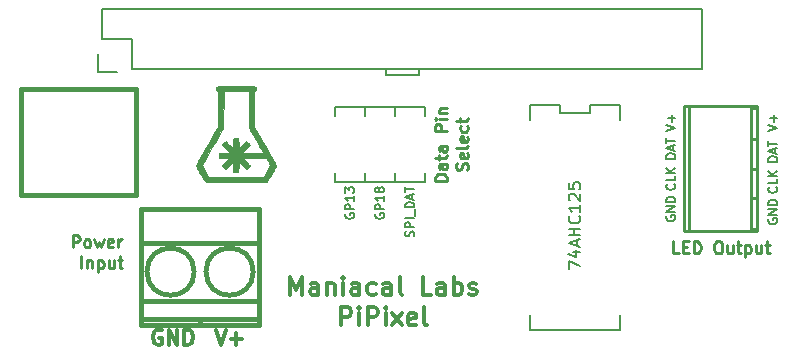
<source format=gbr>
G04 #@! TF.FileFunction,Legend,Top*
%FSLAX46Y46*%
G04 Gerber Fmt 4.6, Leading zero omitted, Abs format (unit mm)*
G04 Created by KiCad (PCBNEW 4.0.6) date Thu Jul 20 07:37:46 2017*
%MOMM*%
%LPD*%
G01*
G04 APERTURE LIST*
%ADD10C,0.100000*%
%ADD11C,0.200000*%
%ADD12C,0.254000*%
%ADD13C,0.300000*%
%ADD14C,0.190500*%
%ADD15C,0.150000*%
%ADD16C,0.381000*%
%ADD17C,0.010000*%
G04 APERTURE END LIST*
D10*
D11*
X43688000Y-31115000D02*
X43688000Y-30607000D01*
X46482000Y-31115000D02*
X46482000Y-30607000D01*
X43688000Y-31115000D02*
X46482000Y-31115000D01*
X43815000Y-31115000D02*
X46355000Y-31115000D01*
D12*
X48846619Y-40029190D02*
X47830619Y-40029190D01*
X47830619Y-39787285D01*
X47879000Y-39642143D01*
X47975762Y-39545381D01*
X48072524Y-39497000D01*
X48266048Y-39448619D01*
X48411190Y-39448619D01*
X48604714Y-39497000D01*
X48701476Y-39545381D01*
X48798238Y-39642143D01*
X48846619Y-39787285D01*
X48846619Y-40029190D01*
X48846619Y-38577762D02*
X48314429Y-38577762D01*
X48217667Y-38626143D01*
X48169286Y-38722905D01*
X48169286Y-38916428D01*
X48217667Y-39013190D01*
X48798238Y-38577762D02*
X48846619Y-38674524D01*
X48846619Y-38916428D01*
X48798238Y-39013190D01*
X48701476Y-39061571D01*
X48604714Y-39061571D01*
X48507952Y-39013190D01*
X48459571Y-38916428D01*
X48459571Y-38674524D01*
X48411190Y-38577762D01*
X48169286Y-38239095D02*
X48169286Y-37852047D01*
X47830619Y-38093952D02*
X48701476Y-38093952D01*
X48798238Y-38045571D01*
X48846619Y-37948809D01*
X48846619Y-37852047D01*
X48846619Y-37077953D02*
X48314429Y-37077953D01*
X48217667Y-37126334D01*
X48169286Y-37223096D01*
X48169286Y-37416619D01*
X48217667Y-37513381D01*
X48798238Y-37077953D02*
X48846619Y-37174715D01*
X48846619Y-37416619D01*
X48798238Y-37513381D01*
X48701476Y-37561762D01*
X48604714Y-37561762D01*
X48507952Y-37513381D01*
X48459571Y-37416619D01*
X48459571Y-37174715D01*
X48411190Y-37077953D01*
X48846619Y-35820048D02*
X47830619Y-35820048D01*
X47830619Y-35433001D01*
X47879000Y-35336239D01*
X47927381Y-35287858D01*
X48024143Y-35239477D01*
X48169286Y-35239477D01*
X48266048Y-35287858D01*
X48314429Y-35336239D01*
X48362810Y-35433001D01*
X48362810Y-35820048D01*
X48846619Y-34804048D02*
X48169286Y-34804048D01*
X47830619Y-34804048D02*
X47879000Y-34852429D01*
X47927381Y-34804048D01*
X47879000Y-34755667D01*
X47830619Y-34804048D01*
X47927381Y-34804048D01*
X48169286Y-34320238D02*
X48846619Y-34320238D01*
X48266048Y-34320238D02*
X48217667Y-34271857D01*
X48169286Y-34175095D01*
X48169286Y-34029953D01*
X48217667Y-33933191D01*
X48314429Y-33884810D01*
X48846619Y-33884810D01*
X50576238Y-39109951D02*
X50624619Y-38964808D01*
X50624619Y-38722904D01*
X50576238Y-38626142D01*
X50527857Y-38577761D01*
X50431095Y-38529380D01*
X50334333Y-38529380D01*
X50237571Y-38577761D01*
X50189190Y-38626142D01*
X50140810Y-38722904D01*
X50092429Y-38916427D01*
X50044048Y-39013189D01*
X49995667Y-39061570D01*
X49898905Y-39109951D01*
X49802143Y-39109951D01*
X49705381Y-39061570D01*
X49657000Y-39013189D01*
X49608619Y-38916427D01*
X49608619Y-38674523D01*
X49657000Y-38529380D01*
X50576238Y-37706904D02*
X50624619Y-37803666D01*
X50624619Y-37997189D01*
X50576238Y-38093951D01*
X50479476Y-38142332D01*
X50092429Y-38142332D01*
X49995667Y-38093951D01*
X49947286Y-37997189D01*
X49947286Y-37803666D01*
X49995667Y-37706904D01*
X50092429Y-37658523D01*
X50189190Y-37658523D01*
X50285952Y-38142332D01*
X50624619Y-37077951D02*
X50576238Y-37174713D01*
X50479476Y-37223094D01*
X49608619Y-37223094D01*
X50576238Y-36303857D02*
X50624619Y-36400619D01*
X50624619Y-36594142D01*
X50576238Y-36690904D01*
X50479476Y-36739285D01*
X50092429Y-36739285D01*
X49995667Y-36690904D01*
X49947286Y-36594142D01*
X49947286Y-36400619D01*
X49995667Y-36303857D01*
X50092429Y-36255476D01*
X50189190Y-36255476D01*
X50285952Y-36739285D01*
X50576238Y-35384619D02*
X50624619Y-35481381D01*
X50624619Y-35674904D01*
X50576238Y-35771666D01*
X50527857Y-35820047D01*
X50431095Y-35868428D01*
X50140810Y-35868428D01*
X50044048Y-35820047D01*
X49995667Y-35771666D01*
X49947286Y-35674904D01*
X49947286Y-35481381D01*
X49995667Y-35384619D01*
X49947286Y-35094333D02*
X49947286Y-34707285D01*
X49608619Y-34949190D02*
X50479476Y-34949190D01*
X50576238Y-34900809D01*
X50624619Y-34804047D01*
X50624619Y-34707285D01*
X17163144Y-45671619D02*
X17163144Y-44655619D01*
X17550191Y-44655619D01*
X17646953Y-44704000D01*
X17695334Y-44752381D01*
X17743715Y-44849143D01*
X17743715Y-44994286D01*
X17695334Y-45091048D01*
X17646953Y-45139429D01*
X17550191Y-45187810D01*
X17163144Y-45187810D01*
X18324287Y-45671619D02*
X18227525Y-45623238D01*
X18179144Y-45574857D01*
X18130763Y-45478095D01*
X18130763Y-45187810D01*
X18179144Y-45091048D01*
X18227525Y-45042667D01*
X18324287Y-44994286D01*
X18469429Y-44994286D01*
X18566191Y-45042667D01*
X18614572Y-45091048D01*
X18662953Y-45187810D01*
X18662953Y-45478095D01*
X18614572Y-45574857D01*
X18566191Y-45623238D01*
X18469429Y-45671619D01*
X18324287Y-45671619D01*
X19001620Y-44994286D02*
X19195144Y-45671619D01*
X19388667Y-45187810D01*
X19582191Y-45671619D01*
X19775715Y-44994286D01*
X20549810Y-45623238D02*
X20453048Y-45671619D01*
X20259525Y-45671619D01*
X20162763Y-45623238D01*
X20114382Y-45526476D01*
X20114382Y-45139429D01*
X20162763Y-45042667D01*
X20259525Y-44994286D01*
X20453048Y-44994286D01*
X20549810Y-45042667D01*
X20598191Y-45139429D01*
X20598191Y-45236190D01*
X20114382Y-45332952D01*
X21033620Y-45671619D02*
X21033620Y-44994286D01*
X21033620Y-45187810D02*
X21082001Y-45091048D01*
X21130382Y-45042667D01*
X21227144Y-44994286D01*
X21323905Y-44994286D01*
X17888858Y-47449619D02*
X17888858Y-46433619D01*
X18372668Y-46772286D02*
X18372668Y-47449619D01*
X18372668Y-46869048D02*
X18421049Y-46820667D01*
X18517811Y-46772286D01*
X18662953Y-46772286D01*
X18759715Y-46820667D01*
X18808096Y-46917429D01*
X18808096Y-47449619D01*
X19291906Y-46772286D02*
X19291906Y-47788286D01*
X19291906Y-46820667D02*
X19388668Y-46772286D01*
X19582191Y-46772286D01*
X19678953Y-46820667D01*
X19727334Y-46869048D01*
X19775715Y-46965810D01*
X19775715Y-47256095D01*
X19727334Y-47352857D01*
X19678953Y-47401238D01*
X19582191Y-47449619D01*
X19388668Y-47449619D01*
X19291906Y-47401238D01*
X20646572Y-46772286D02*
X20646572Y-47449619D01*
X20211144Y-46772286D02*
X20211144Y-47304476D01*
X20259525Y-47401238D01*
X20356287Y-47449619D01*
X20501429Y-47449619D01*
X20598191Y-47401238D01*
X20646572Y-47352857D01*
X20985239Y-46772286D02*
X21372287Y-46772286D01*
X21130382Y-46433619D02*
X21130382Y-47304476D01*
X21178763Y-47401238D01*
X21275525Y-47449619D01*
X21372287Y-47449619D01*
X68477191Y-46179619D02*
X67993382Y-46179619D01*
X67993382Y-45163619D01*
X68815858Y-45647429D02*
X69154524Y-45647429D01*
X69299667Y-46179619D02*
X68815858Y-46179619D01*
X68815858Y-45163619D01*
X69299667Y-45163619D01*
X69735096Y-46179619D02*
X69735096Y-45163619D01*
X69977001Y-45163619D01*
X70122143Y-45212000D01*
X70218905Y-45308762D01*
X70267286Y-45405524D01*
X70315667Y-45599048D01*
X70315667Y-45744190D01*
X70267286Y-45937714D01*
X70218905Y-46034476D01*
X70122143Y-46131238D01*
X69977001Y-46179619D01*
X69735096Y-46179619D01*
X71718715Y-45163619D02*
X71912238Y-45163619D01*
X72009000Y-45212000D01*
X72105762Y-45308762D01*
X72154143Y-45502286D01*
X72154143Y-45840952D01*
X72105762Y-46034476D01*
X72009000Y-46131238D01*
X71912238Y-46179619D01*
X71718715Y-46179619D01*
X71621953Y-46131238D01*
X71525191Y-46034476D01*
X71476810Y-45840952D01*
X71476810Y-45502286D01*
X71525191Y-45308762D01*
X71621953Y-45212000D01*
X71718715Y-45163619D01*
X73025000Y-45502286D02*
X73025000Y-46179619D01*
X72589572Y-45502286D02*
X72589572Y-46034476D01*
X72637953Y-46131238D01*
X72734715Y-46179619D01*
X72879857Y-46179619D01*
X72976619Y-46131238D01*
X73025000Y-46082857D01*
X73363667Y-45502286D02*
X73750715Y-45502286D01*
X73508810Y-45163619D02*
X73508810Y-46034476D01*
X73557191Y-46131238D01*
X73653953Y-46179619D01*
X73750715Y-46179619D01*
X74089381Y-45502286D02*
X74089381Y-46518286D01*
X74089381Y-45550667D02*
X74186143Y-45502286D01*
X74379666Y-45502286D01*
X74476428Y-45550667D01*
X74524809Y-45599048D01*
X74573190Y-45695810D01*
X74573190Y-45986095D01*
X74524809Y-46082857D01*
X74476428Y-46131238D01*
X74379666Y-46179619D01*
X74186143Y-46179619D01*
X74089381Y-46131238D01*
X75444047Y-45502286D02*
X75444047Y-46179619D01*
X75008619Y-45502286D02*
X75008619Y-46034476D01*
X75057000Y-46131238D01*
X75153762Y-46179619D01*
X75298904Y-46179619D01*
X75395666Y-46131238D01*
X75444047Y-46082857D01*
X75782714Y-45502286D02*
X76169762Y-45502286D01*
X75927857Y-45163619D02*
X75927857Y-46034476D01*
X75976238Y-46131238D01*
X76073000Y-46179619D01*
X76169762Y-46179619D01*
D13*
X35560001Y-49688429D02*
X35560001Y-48164429D01*
X36068001Y-49253000D01*
X36576001Y-48164429D01*
X36576001Y-49688429D01*
X37954858Y-49688429D02*
X37954858Y-48890143D01*
X37882287Y-48745000D01*
X37737144Y-48672429D01*
X37446858Y-48672429D01*
X37301715Y-48745000D01*
X37954858Y-49615857D02*
X37809715Y-49688429D01*
X37446858Y-49688429D01*
X37301715Y-49615857D01*
X37229144Y-49470714D01*
X37229144Y-49325571D01*
X37301715Y-49180429D01*
X37446858Y-49107857D01*
X37809715Y-49107857D01*
X37954858Y-49035286D01*
X38680572Y-48672429D02*
X38680572Y-49688429D01*
X38680572Y-48817571D02*
X38753144Y-48745000D01*
X38898286Y-48672429D01*
X39116001Y-48672429D01*
X39261144Y-48745000D01*
X39333715Y-48890143D01*
X39333715Y-49688429D01*
X40059429Y-49688429D02*
X40059429Y-48672429D01*
X40059429Y-48164429D02*
X39986858Y-48237000D01*
X40059429Y-48309571D01*
X40132001Y-48237000D01*
X40059429Y-48164429D01*
X40059429Y-48309571D01*
X41438286Y-49688429D02*
X41438286Y-48890143D01*
X41365715Y-48745000D01*
X41220572Y-48672429D01*
X40930286Y-48672429D01*
X40785143Y-48745000D01*
X41438286Y-49615857D02*
X41293143Y-49688429D01*
X40930286Y-49688429D01*
X40785143Y-49615857D01*
X40712572Y-49470714D01*
X40712572Y-49325571D01*
X40785143Y-49180429D01*
X40930286Y-49107857D01*
X41293143Y-49107857D01*
X41438286Y-49035286D01*
X42817143Y-49615857D02*
X42672000Y-49688429D01*
X42381714Y-49688429D01*
X42236572Y-49615857D01*
X42164000Y-49543286D01*
X42091429Y-49398143D01*
X42091429Y-48962714D01*
X42164000Y-48817571D01*
X42236572Y-48745000D01*
X42381714Y-48672429D01*
X42672000Y-48672429D01*
X42817143Y-48745000D01*
X44123429Y-49688429D02*
X44123429Y-48890143D01*
X44050858Y-48745000D01*
X43905715Y-48672429D01*
X43615429Y-48672429D01*
X43470286Y-48745000D01*
X44123429Y-49615857D02*
X43978286Y-49688429D01*
X43615429Y-49688429D01*
X43470286Y-49615857D01*
X43397715Y-49470714D01*
X43397715Y-49325571D01*
X43470286Y-49180429D01*
X43615429Y-49107857D01*
X43978286Y-49107857D01*
X44123429Y-49035286D01*
X45066857Y-49688429D02*
X44921715Y-49615857D01*
X44849143Y-49470714D01*
X44849143Y-48164429D01*
X47534286Y-49688429D02*
X46808572Y-49688429D01*
X46808572Y-48164429D01*
X48695429Y-49688429D02*
X48695429Y-48890143D01*
X48622858Y-48745000D01*
X48477715Y-48672429D01*
X48187429Y-48672429D01*
X48042286Y-48745000D01*
X48695429Y-49615857D02*
X48550286Y-49688429D01*
X48187429Y-49688429D01*
X48042286Y-49615857D01*
X47969715Y-49470714D01*
X47969715Y-49325571D01*
X48042286Y-49180429D01*
X48187429Y-49107857D01*
X48550286Y-49107857D01*
X48695429Y-49035286D01*
X49421143Y-49688429D02*
X49421143Y-48164429D01*
X49421143Y-48745000D02*
X49566286Y-48672429D01*
X49856572Y-48672429D01*
X50001715Y-48745000D01*
X50074286Y-48817571D01*
X50146857Y-48962714D01*
X50146857Y-49398143D01*
X50074286Y-49543286D01*
X50001715Y-49615857D01*
X49856572Y-49688429D01*
X49566286Y-49688429D01*
X49421143Y-49615857D01*
X50727429Y-49615857D02*
X50872572Y-49688429D01*
X51162857Y-49688429D01*
X51308000Y-49615857D01*
X51380572Y-49470714D01*
X51380572Y-49398143D01*
X51308000Y-49253000D01*
X51162857Y-49180429D01*
X50945143Y-49180429D01*
X50800000Y-49107857D01*
X50727429Y-48962714D01*
X50727429Y-48890143D01*
X50800000Y-48745000D01*
X50945143Y-48672429D01*
X51162857Y-48672429D01*
X51308000Y-48745000D01*
X39878000Y-52274429D02*
X39878000Y-50750429D01*
X40458572Y-50750429D01*
X40603714Y-50823000D01*
X40676286Y-50895571D01*
X40748857Y-51040714D01*
X40748857Y-51258429D01*
X40676286Y-51403571D01*
X40603714Y-51476143D01*
X40458572Y-51548714D01*
X39878000Y-51548714D01*
X41402000Y-52274429D02*
X41402000Y-51258429D01*
X41402000Y-50750429D02*
X41329429Y-50823000D01*
X41402000Y-50895571D01*
X41474572Y-50823000D01*
X41402000Y-50750429D01*
X41402000Y-50895571D01*
X42127714Y-52274429D02*
X42127714Y-50750429D01*
X42708286Y-50750429D01*
X42853428Y-50823000D01*
X42926000Y-50895571D01*
X42998571Y-51040714D01*
X42998571Y-51258429D01*
X42926000Y-51403571D01*
X42853428Y-51476143D01*
X42708286Y-51548714D01*
X42127714Y-51548714D01*
X43651714Y-52274429D02*
X43651714Y-51258429D01*
X43651714Y-50750429D02*
X43579143Y-50823000D01*
X43651714Y-50895571D01*
X43724286Y-50823000D01*
X43651714Y-50750429D01*
X43651714Y-50895571D01*
X44232285Y-52274429D02*
X45030571Y-51258429D01*
X44232285Y-51258429D02*
X45030571Y-52274429D01*
X46191714Y-52201857D02*
X46046571Y-52274429D01*
X45756285Y-52274429D01*
X45611142Y-52201857D01*
X45538571Y-52056714D01*
X45538571Y-51476143D01*
X45611142Y-51331000D01*
X45756285Y-51258429D01*
X46046571Y-51258429D01*
X46191714Y-51331000D01*
X46264285Y-51476143D01*
X46264285Y-51621286D01*
X45538571Y-51766429D01*
X47135142Y-52274429D02*
X46990000Y-52201857D01*
X46917428Y-52056714D01*
X46917428Y-50750429D01*
D11*
X39370000Y-34544000D02*
X39370000Y-34290000D01*
X41910000Y-34290000D02*
X41910000Y-34544000D01*
X44450000Y-34290000D02*
X44450000Y-34544000D01*
X46990000Y-33782000D02*
X46990000Y-34544000D01*
X44450000Y-33782000D02*
X46990000Y-33782000D01*
X44450000Y-33782000D02*
X44450000Y-34290000D01*
X41910000Y-33782000D02*
X44450000Y-33782000D01*
X41910000Y-33782000D02*
X41910000Y-34290000D01*
X39370000Y-33782000D02*
X41910000Y-33782000D01*
X39370000Y-34290000D02*
X39370000Y-33782000D01*
X46990000Y-40132000D02*
X46990000Y-39370000D01*
X44450000Y-40132000D02*
X46990000Y-40132000D01*
X44450000Y-39370000D02*
X44450000Y-40132000D01*
X44450000Y-40132000D02*
X44450000Y-39370000D01*
X41910000Y-40132000D02*
X44450000Y-40132000D01*
X41910000Y-39370000D02*
X41910000Y-40132000D01*
X41910000Y-40132000D02*
X41910000Y-39370000D01*
X39370000Y-40132000D02*
X41910000Y-40132000D01*
X39370000Y-39370000D02*
X39370000Y-40132000D01*
D14*
X46028429Y-44740285D02*
X46064714Y-44631428D01*
X46064714Y-44449999D01*
X46028429Y-44377428D01*
X45992143Y-44341142D01*
X45919571Y-44304857D01*
X45847000Y-44304857D01*
X45774429Y-44341142D01*
X45738143Y-44377428D01*
X45701857Y-44449999D01*
X45665571Y-44595142D01*
X45629286Y-44667714D01*
X45593000Y-44703999D01*
X45520429Y-44740285D01*
X45447857Y-44740285D01*
X45375286Y-44703999D01*
X45339000Y-44667714D01*
X45302714Y-44595142D01*
X45302714Y-44413714D01*
X45339000Y-44304857D01*
X46064714Y-43978285D02*
X45302714Y-43978285D01*
X45302714Y-43688000D01*
X45339000Y-43615428D01*
X45375286Y-43579143D01*
X45447857Y-43542857D01*
X45556714Y-43542857D01*
X45629286Y-43579143D01*
X45665571Y-43615428D01*
X45701857Y-43688000D01*
X45701857Y-43978285D01*
X46064714Y-43216285D02*
X45302714Y-43216285D01*
X46137286Y-43034857D02*
X46137286Y-42454286D01*
X46064714Y-42272857D02*
X45302714Y-42272857D01*
X45302714Y-42091429D01*
X45339000Y-41982572D01*
X45411571Y-41910000D01*
X45484143Y-41873715D01*
X45629286Y-41837429D01*
X45738143Y-41837429D01*
X45883286Y-41873715D01*
X45955857Y-41910000D01*
X46028429Y-41982572D01*
X46064714Y-42091429D01*
X46064714Y-42272857D01*
X45847000Y-41547143D02*
X45847000Y-41184286D01*
X46064714Y-41619715D02*
X45302714Y-41365715D01*
X46064714Y-41111715D01*
X45302714Y-40966572D02*
X45302714Y-40531143D01*
X46064714Y-40748857D02*
X45302714Y-40748857D01*
X42799000Y-42817143D02*
X42762714Y-42889714D01*
X42762714Y-42998571D01*
X42799000Y-43107428D01*
X42871571Y-43180000D01*
X42944143Y-43216285D01*
X43089286Y-43252571D01*
X43198143Y-43252571D01*
X43343286Y-43216285D01*
X43415857Y-43180000D01*
X43488429Y-43107428D01*
X43524714Y-42998571D01*
X43524714Y-42926000D01*
X43488429Y-42817143D01*
X43452143Y-42780857D01*
X43198143Y-42780857D01*
X43198143Y-42926000D01*
X43524714Y-42454285D02*
X42762714Y-42454285D01*
X42762714Y-42164000D01*
X42799000Y-42091428D01*
X42835286Y-42055143D01*
X42907857Y-42018857D01*
X43016714Y-42018857D01*
X43089286Y-42055143D01*
X43125571Y-42091428D01*
X43161857Y-42164000D01*
X43161857Y-42454285D01*
X43524714Y-41293143D02*
X43524714Y-41728571D01*
X43524714Y-41510857D02*
X42762714Y-41510857D01*
X42871571Y-41583428D01*
X42944143Y-41656000D01*
X42980429Y-41728571D01*
X43089286Y-40857714D02*
X43053000Y-40930286D01*
X43016714Y-40966571D01*
X42944143Y-41002857D01*
X42907857Y-41002857D01*
X42835286Y-40966571D01*
X42799000Y-40930286D01*
X42762714Y-40857714D01*
X42762714Y-40712571D01*
X42799000Y-40640000D01*
X42835286Y-40603714D01*
X42907857Y-40567429D01*
X42944143Y-40567429D01*
X43016714Y-40603714D01*
X43053000Y-40640000D01*
X43089286Y-40712571D01*
X43089286Y-40857714D01*
X43125571Y-40930286D01*
X43161857Y-40966571D01*
X43234429Y-41002857D01*
X43379571Y-41002857D01*
X43452143Y-40966571D01*
X43488429Y-40930286D01*
X43524714Y-40857714D01*
X43524714Y-40712571D01*
X43488429Y-40640000D01*
X43452143Y-40603714D01*
X43379571Y-40567429D01*
X43234429Y-40567429D01*
X43161857Y-40603714D01*
X43125571Y-40640000D01*
X43089286Y-40712571D01*
X40259000Y-42817143D02*
X40222714Y-42889714D01*
X40222714Y-42998571D01*
X40259000Y-43107428D01*
X40331571Y-43180000D01*
X40404143Y-43216285D01*
X40549286Y-43252571D01*
X40658143Y-43252571D01*
X40803286Y-43216285D01*
X40875857Y-43180000D01*
X40948429Y-43107428D01*
X40984714Y-42998571D01*
X40984714Y-42926000D01*
X40948429Y-42817143D01*
X40912143Y-42780857D01*
X40658143Y-42780857D01*
X40658143Y-42926000D01*
X40984714Y-42454285D02*
X40222714Y-42454285D01*
X40222714Y-42164000D01*
X40259000Y-42091428D01*
X40295286Y-42055143D01*
X40367857Y-42018857D01*
X40476714Y-42018857D01*
X40549286Y-42055143D01*
X40585571Y-42091428D01*
X40621857Y-42164000D01*
X40621857Y-42454285D01*
X40984714Y-41293143D02*
X40984714Y-41728571D01*
X40984714Y-41510857D02*
X40222714Y-41510857D01*
X40331571Y-41583428D01*
X40404143Y-41656000D01*
X40440429Y-41728571D01*
X40222714Y-41039143D02*
X40222714Y-40567429D01*
X40513000Y-40821429D01*
X40513000Y-40712571D01*
X40549286Y-40640000D01*
X40585571Y-40603714D01*
X40658143Y-40567429D01*
X40839571Y-40567429D01*
X40912143Y-40603714D01*
X40948429Y-40640000D01*
X40984714Y-40712571D01*
X40984714Y-40930286D01*
X40948429Y-41002857D01*
X40912143Y-41039143D01*
X76726143Y-40585571D02*
X76762429Y-40621857D01*
X76798714Y-40730714D01*
X76798714Y-40803285D01*
X76762429Y-40912142D01*
X76689857Y-40984714D01*
X76617286Y-41020999D01*
X76472143Y-41057285D01*
X76363286Y-41057285D01*
X76218143Y-41020999D01*
X76145571Y-40984714D01*
X76073000Y-40912142D01*
X76036714Y-40803285D01*
X76036714Y-40730714D01*
X76073000Y-40621857D01*
X76109286Y-40585571D01*
X76798714Y-39896142D02*
X76798714Y-40258999D01*
X76036714Y-40258999D01*
X76798714Y-39642142D02*
X76036714Y-39642142D01*
X76798714Y-39206714D02*
X76363286Y-39533285D01*
X76036714Y-39206714D02*
X76472143Y-39642142D01*
X76036714Y-35777715D02*
X76798714Y-35523715D01*
X76036714Y-35269715D01*
X76508429Y-35015714D02*
X76508429Y-34435143D01*
X76798714Y-34725429D02*
X76218143Y-34725429D01*
X76798714Y-38408428D02*
X76036714Y-38408428D01*
X76036714Y-38227000D01*
X76073000Y-38118143D01*
X76145571Y-38045571D01*
X76218143Y-38009286D01*
X76363286Y-37973000D01*
X76472143Y-37973000D01*
X76617286Y-38009286D01*
X76689857Y-38045571D01*
X76762429Y-38118143D01*
X76798714Y-38227000D01*
X76798714Y-38408428D01*
X76581000Y-37682714D02*
X76581000Y-37319857D01*
X76798714Y-37755286D02*
X76036714Y-37501286D01*
X76798714Y-37247286D01*
X76036714Y-37102143D02*
X76036714Y-36666714D01*
X76798714Y-36884428D02*
X76036714Y-36884428D01*
X67400714Y-35777715D02*
X68162714Y-35523715D01*
X67400714Y-35269715D01*
X67872429Y-35015714D02*
X67872429Y-34435143D01*
X68162714Y-34725429D02*
X67582143Y-34725429D01*
X76073000Y-43252572D02*
X76036714Y-43325143D01*
X76036714Y-43434000D01*
X76073000Y-43542857D01*
X76145571Y-43615429D01*
X76218143Y-43651714D01*
X76363286Y-43688000D01*
X76472143Y-43688000D01*
X76617286Y-43651714D01*
X76689857Y-43615429D01*
X76762429Y-43542857D01*
X76798714Y-43434000D01*
X76798714Y-43361429D01*
X76762429Y-43252572D01*
X76726143Y-43216286D01*
X76472143Y-43216286D01*
X76472143Y-43361429D01*
X76798714Y-42889714D02*
X76036714Y-42889714D01*
X76798714Y-42454286D01*
X76036714Y-42454286D01*
X76798714Y-42091428D02*
X76036714Y-42091428D01*
X76036714Y-41910000D01*
X76073000Y-41801143D01*
X76145571Y-41728571D01*
X76218143Y-41692286D01*
X76363286Y-41656000D01*
X76472143Y-41656000D01*
X76617286Y-41692286D01*
X76689857Y-41728571D01*
X76762429Y-41801143D01*
X76798714Y-41910000D01*
X76798714Y-42091428D01*
X67437000Y-42998572D02*
X67400714Y-43071143D01*
X67400714Y-43180000D01*
X67437000Y-43288857D01*
X67509571Y-43361429D01*
X67582143Y-43397714D01*
X67727286Y-43434000D01*
X67836143Y-43434000D01*
X67981286Y-43397714D01*
X68053857Y-43361429D01*
X68126429Y-43288857D01*
X68162714Y-43180000D01*
X68162714Y-43107429D01*
X68126429Y-42998572D01*
X68090143Y-42962286D01*
X67836143Y-42962286D01*
X67836143Y-43107429D01*
X68162714Y-42635714D02*
X67400714Y-42635714D01*
X68162714Y-42200286D01*
X67400714Y-42200286D01*
X68162714Y-41837428D02*
X67400714Y-41837428D01*
X67400714Y-41656000D01*
X67437000Y-41547143D01*
X67509571Y-41474571D01*
X67582143Y-41438286D01*
X67727286Y-41402000D01*
X67836143Y-41402000D01*
X67981286Y-41438286D01*
X68053857Y-41474571D01*
X68126429Y-41547143D01*
X68162714Y-41656000D01*
X68162714Y-41837428D01*
X68090143Y-40331571D02*
X68126429Y-40367857D01*
X68162714Y-40476714D01*
X68162714Y-40549285D01*
X68126429Y-40658142D01*
X68053857Y-40730714D01*
X67981286Y-40766999D01*
X67836143Y-40803285D01*
X67727286Y-40803285D01*
X67582143Y-40766999D01*
X67509571Y-40730714D01*
X67437000Y-40658142D01*
X67400714Y-40549285D01*
X67400714Y-40476714D01*
X67437000Y-40367857D01*
X67473286Y-40331571D01*
X68162714Y-39642142D02*
X68162714Y-40004999D01*
X67400714Y-40004999D01*
X68162714Y-39388142D02*
X67400714Y-39388142D01*
X68162714Y-38952714D02*
X67727286Y-39279285D01*
X67400714Y-38952714D02*
X67836143Y-39388142D01*
X68162714Y-38154428D02*
X67400714Y-38154428D01*
X67400714Y-37973000D01*
X67437000Y-37864143D01*
X67509571Y-37791571D01*
X67582143Y-37755286D01*
X67727286Y-37719000D01*
X67836143Y-37719000D01*
X67981286Y-37755286D01*
X68053857Y-37791571D01*
X68126429Y-37864143D01*
X68162714Y-37973000D01*
X68162714Y-38154428D01*
X67945000Y-37428714D02*
X67945000Y-37065857D01*
X68162714Y-37501286D02*
X67400714Y-37247286D01*
X68162714Y-36993286D01*
X67400714Y-36848143D02*
X67400714Y-36412714D01*
X68162714Y-36630428D02*
X67400714Y-36630428D01*
D13*
X24686381Y-52705000D02*
X24565429Y-52644524D01*
X24384000Y-52644524D01*
X24202572Y-52705000D01*
X24081619Y-52825952D01*
X24021143Y-52946905D01*
X23960667Y-53188810D01*
X23960667Y-53370238D01*
X24021143Y-53612143D01*
X24081619Y-53733095D01*
X24202572Y-53854048D01*
X24384000Y-53914524D01*
X24504952Y-53914524D01*
X24686381Y-53854048D01*
X24746857Y-53793571D01*
X24746857Y-53370238D01*
X24504952Y-53370238D01*
X25291143Y-53914524D02*
X25291143Y-52644524D01*
X26016857Y-53914524D01*
X26016857Y-52644524D01*
X26621619Y-53914524D02*
X26621619Y-52644524D01*
X26924000Y-52644524D01*
X27105428Y-52705000D01*
X27226381Y-52825952D01*
X27286857Y-52946905D01*
X27347333Y-53188810D01*
X27347333Y-53370238D01*
X27286857Y-53612143D01*
X27226381Y-53733095D01*
X27105428Y-53854048D01*
X26924000Y-53914524D01*
X26621619Y-53914524D01*
X29270476Y-52644524D02*
X29693810Y-53914524D01*
X30117143Y-52644524D01*
X30540476Y-53430714D02*
X31508095Y-53430714D01*
X31024285Y-53914524D02*
X31024285Y-52946905D01*
D15*
X70400000Y-25460000D02*
X19600000Y-25460000D01*
X22140000Y-30540000D02*
X70400000Y-30540000D01*
X70400000Y-25460000D02*
X70400000Y-30540000D01*
X19600000Y-25460000D02*
X19600000Y-28000000D01*
X19320000Y-29270000D02*
X19320000Y-30820000D01*
X19600000Y-28000000D02*
X22140000Y-28000000D01*
X22140000Y-28000000D02*
X22140000Y-30540000D01*
X19320000Y-30820000D02*
X20870000Y-30820000D01*
D16*
X12799500Y-32249120D02*
X12799500Y-41250880D01*
X12799380Y-41250880D02*
X22500240Y-41250880D01*
X22500240Y-41250880D02*
X22500240Y-32249120D01*
X22500240Y-32249120D02*
X12799380Y-32249120D01*
X27940000Y-51725000D02*
X27940000Y-52225000D01*
X32440000Y-47725000D02*
G75*
G03X32440000Y-47725000I-2000000J0D01*
G01*
X27440000Y-47725000D02*
G75*
G03X27440000Y-47725000I-2000000J0D01*
G01*
X22940000Y-50225000D02*
X32940000Y-50225000D01*
X22940000Y-45325000D02*
X32940000Y-45325000D01*
X22940000Y-51725000D02*
X32940000Y-51725000D01*
X22940000Y-52225000D02*
X32940000Y-52225000D01*
X32940000Y-52225000D02*
X32940000Y-42425000D01*
X32940000Y-42425000D02*
X22940000Y-42425000D01*
X22940000Y-42425000D02*
X22940000Y-52225000D01*
D12*
X68901200Y-33699020D02*
X68901200Y-44300980D01*
X69299980Y-44300980D02*
X69299980Y-33699020D01*
X74600960Y-44300980D02*
X74600960Y-33699020D01*
X75098800Y-33699020D02*
X75098800Y-44300980D01*
X74600960Y-36503180D02*
X75098800Y-36503180D01*
X74600960Y-39000000D02*
X75098800Y-39000000D01*
X75098800Y-44097780D02*
X74600960Y-44097780D01*
X74600960Y-33899680D02*
X75098800Y-33899680D01*
X75098800Y-41496820D02*
X74600960Y-41496820D01*
X75098800Y-33701560D02*
X68901200Y-33701560D01*
X68901200Y-44295900D02*
X75098800Y-44295900D01*
D15*
X58420000Y-33655000D02*
X55880000Y-33655000D01*
X58420000Y-33655000D02*
X58420000Y-34290000D01*
X58420000Y-34290000D02*
X59055000Y-34290000D01*
X55880000Y-34925000D02*
X55880000Y-33655000D01*
X59055000Y-34290000D02*
X60960000Y-34290000D01*
X60960000Y-34290000D02*
X60960000Y-33655000D01*
X60960000Y-33655000D02*
X63500000Y-33655000D01*
X63500000Y-33655000D02*
X63500000Y-34925000D01*
X55880000Y-51435000D02*
X55880000Y-52705000D01*
X55880000Y-52705000D02*
X63500000Y-52705000D01*
X63500000Y-52705000D02*
X63500000Y-51435000D01*
D17*
G36*
X31268132Y-32003141D02*
X31457330Y-32003704D01*
X31639803Y-32004553D01*
X31812802Y-32005693D01*
X31973580Y-32007121D01*
X32119388Y-32008837D01*
X32247478Y-32010843D01*
X32355101Y-32013137D01*
X32439511Y-32015719D01*
X32497958Y-32018591D01*
X32527694Y-32021751D01*
X32529045Y-32022101D01*
X32602650Y-32057801D01*
X32656272Y-32110954D01*
X32689256Y-32175582D01*
X32700948Y-32245706D01*
X32690692Y-32315346D01*
X32657833Y-32378525D01*
X32601717Y-32429264D01*
X32575218Y-32443553D01*
X32512819Y-32472312D01*
X32512409Y-33954141D01*
X32512000Y-35435969D01*
X32939194Y-36176641D01*
X33029737Y-36333615D01*
X33132897Y-36512444D01*
X33245416Y-36707483D01*
X33364038Y-36913090D01*
X33485507Y-37123620D01*
X33606568Y-37333429D01*
X33723963Y-37536874D01*
X33834437Y-37728312D01*
X33883756Y-37813770D01*
X33972967Y-37968722D01*
X34057309Y-38115946D01*
X34135458Y-38253082D01*
X34206089Y-38377771D01*
X34267877Y-38487652D01*
X34319497Y-38580365D01*
X34359624Y-38653552D01*
X34386934Y-38704852D01*
X34400102Y-38731905D01*
X34401125Y-38735254D01*
X34393259Y-38755854D01*
X34370954Y-38800330D01*
X34336145Y-38865359D01*
X34290767Y-38947615D01*
X34236756Y-39043774D01*
X34176047Y-39150511D01*
X34110577Y-39264503D01*
X34042279Y-39382423D01*
X33973091Y-39500948D01*
X33904948Y-39616754D01*
X33839784Y-39726515D01*
X33779537Y-39826906D01*
X33726141Y-39914605D01*
X33681532Y-39986285D01*
X33647645Y-40038622D01*
X33626416Y-40068292D01*
X33622599Y-40072468D01*
X33575124Y-40116125D01*
X28400875Y-40116125D01*
X28353400Y-40072468D01*
X28336606Y-40050746D01*
X28306539Y-40005288D01*
X28265134Y-39939420D01*
X28214325Y-39856466D01*
X28156050Y-39759753D01*
X28092242Y-39652605D01*
X28024838Y-39538346D01*
X27955772Y-39420303D01*
X27886981Y-39301800D01*
X27820400Y-39186163D01*
X27757963Y-39076717D01*
X27701608Y-38976786D01*
X27653267Y-38889695D01*
X27614879Y-38818771D01*
X27588377Y-38767338D01*
X27575697Y-38738720D01*
X27574874Y-38734933D01*
X27581139Y-38719738D01*
X28079817Y-38719738D01*
X28354508Y-39195681D01*
X28629198Y-39671625D01*
X33346654Y-39671625D01*
X33621694Y-39194873D01*
X33896735Y-38718121D01*
X33788627Y-38532091D01*
X33740108Y-38448084D01*
X33689391Y-38359405D01*
X33642699Y-38276982D01*
X33608228Y-38215315D01*
X33535937Y-38084567D01*
X31520125Y-38084125D01*
X31815748Y-38381781D01*
X31895725Y-38462852D01*
X31968741Y-38537905D01*
X32031638Y-38603609D01*
X32081257Y-38656634D01*
X32114440Y-38693650D01*
X32127732Y-38710697D01*
X32135043Y-38748230D01*
X32122704Y-38783316D01*
X32097692Y-38819070D01*
X32057306Y-38863828D01*
X32008048Y-38911770D01*
X31956420Y-38957074D01*
X31908926Y-38993919D01*
X31872067Y-39016484D01*
X31857480Y-39020750D01*
X31835132Y-39010200D01*
X31793787Y-38978232D01*
X31732908Y-38924363D01*
X31651960Y-38848114D01*
X31550408Y-38749002D01*
X31508810Y-38707741D01*
X31194375Y-38394732D01*
X31194375Y-38829522D01*
X31194186Y-38960308D01*
X31193480Y-39063011D01*
X31192051Y-39141296D01*
X31189691Y-39198830D01*
X31186191Y-39239276D01*
X31181345Y-39266301D01*
X31174944Y-39283570D01*
X31168102Y-39293343D01*
X31151266Y-39306829D01*
X31125807Y-39315459D01*
X31085181Y-39320237D01*
X31022844Y-39322165D01*
X30978754Y-39322375D01*
X30905007Y-39321988D01*
X30856052Y-39319820D01*
X30824932Y-39314360D01*
X30804690Y-39304094D01*
X30788370Y-39287512D01*
X30782053Y-39279627D01*
X30771921Y-39265620D01*
X30764117Y-39249895D01*
X30758392Y-39228501D01*
X30754497Y-39197484D01*
X30752185Y-39152892D01*
X30751207Y-39090771D01*
X30751314Y-39007170D01*
X30752259Y-38898136D01*
X30753120Y-38819238D01*
X30754336Y-38707830D01*
X30755363Y-38607621D01*
X30756164Y-38522754D01*
X30756700Y-38457372D01*
X30756937Y-38415619D01*
X30756846Y-38401611D01*
X30745874Y-38412389D01*
X30715423Y-38442776D01*
X30668394Y-38489863D01*
X30607693Y-38550739D01*
X30536221Y-38622496D01*
X30456882Y-38702225D01*
X30455221Y-38703894D01*
X30373795Y-38784741D01*
X30297946Y-38858133D01*
X30231010Y-38920994D01*
X30176322Y-38970247D01*
X30137218Y-39002816D01*
X30117337Y-39015556D01*
X30096907Y-39016152D01*
X30072469Y-39005567D01*
X30039225Y-38980398D01*
X29992375Y-38937244D01*
X29954618Y-38900190D01*
X29892367Y-38835657D01*
X29852516Y-38787575D01*
X29832581Y-38752681D01*
X29829125Y-38735521D01*
X29834451Y-38717558D01*
X29851771Y-38690344D01*
X29883090Y-38651608D01*
X29930416Y-38599079D01*
X29995757Y-38530484D01*
X30081120Y-38443551D01*
X30134566Y-38389867D01*
X30440007Y-38084125D01*
X30012557Y-38084125D01*
X29873238Y-38084235D01*
X29762412Y-38083593D01*
X29676828Y-38080739D01*
X29613238Y-38074213D01*
X29568392Y-38062556D01*
X29539040Y-38044308D01*
X29521932Y-38018009D01*
X29513820Y-37982200D01*
X29511454Y-37935420D01*
X29511583Y-37876211D01*
X29511625Y-37859107D01*
X29511249Y-37797737D01*
X29512298Y-37748980D01*
X29518033Y-37711390D01*
X29531717Y-37683522D01*
X29556611Y-37663933D01*
X29595977Y-37651178D01*
X29653078Y-37643811D01*
X29731176Y-37640388D01*
X29833532Y-37639465D01*
X29963409Y-37639596D01*
X30007196Y-37639625D01*
X30439267Y-37639625D01*
X30126258Y-37325189D01*
X30036898Y-37234371D01*
X29959404Y-37153517D01*
X29896051Y-37085128D01*
X29849114Y-37031706D01*
X29820868Y-36995753D01*
X29813250Y-36980990D01*
X29824746Y-36954392D01*
X29855271Y-36913976D01*
X29898876Y-36865523D01*
X29949613Y-36814817D01*
X30001534Y-36767641D01*
X30048690Y-36729778D01*
X30085134Y-36707010D01*
X30099177Y-36703000D01*
X30118107Y-36709738D01*
X30149067Y-36731065D01*
X30193936Y-36768648D01*
X30254590Y-36824153D01*
X30332908Y-36899247D01*
X30430767Y-36995597D01*
X30447345Y-37012083D01*
X30757812Y-37321166D01*
X30753134Y-36896775D01*
X30751453Y-36758249D01*
X30750794Y-36648203D01*
X30752651Y-36563374D01*
X30758515Y-36500496D01*
X30769879Y-36456302D01*
X30788236Y-36427528D01*
X30815078Y-36410909D01*
X30851897Y-36403179D01*
X30900186Y-36401073D01*
X30961436Y-36401325D01*
X30979546Y-36401375D01*
X31059777Y-36402496D01*
X31114137Y-36406371D01*
X31148445Y-36413763D01*
X31168519Y-36425438D01*
X31169428Y-36426321D01*
X31176921Y-36437469D01*
X31182780Y-36456540D01*
X31187198Y-36487092D01*
X31190365Y-36532686D01*
X31192473Y-36596878D01*
X31193714Y-36683230D01*
X31194279Y-36795298D01*
X31194375Y-36890142D01*
X31194375Y-37329017D01*
X31508810Y-37016008D01*
X31612977Y-36913240D01*
X31697018Y-36832457D01*
X31762393Y-36772357D01*
X31810558Y-36731639D01*
X31842973Y-36709001D01*
X31859435Y-36703000D01*
X31891640Y-36715050D01*
X31939929Y-36749515D01*
X31999031Y-36802218D01*
X32065277Y-36868807D01*
X32108369Y-36920289D01*
X32130644Y-36960492D01*
X32134437Y-36993242D01*
X32127732Y-37013052D01*
X32112448Y-37032412D01*
X32077823Y-37070842D01*
X32027016Y-37125013D01*
X31963186Y-37191594D01*
X31889491Y-37267256D01*
X31815748Y-37341968D01*
X31520125Y-37639625D01*
X33276589Y-37639625D01*
X33245294Y-37588031D01*
X33210471Y-37529823D01*
X33164078Y-37451049D01*
X33107623Y-37354349D01*
X33042614Y-37242365D01*
X32970559Y-37117736D01*
X32892966Y-36983105D01*
X32811344Y-36841113D01*
X32727201Y-36694400D01*
X32642044Y-36545608D01*
X32557382Y-36397378D01*
X32474723Y-36252351D01*
X32395576Y-36113167D01*
X32321448Y-35982468D01*
X32253847Y-35862896D01*
X32194282Y-35757090D01*
X32144260Y-35667693D01*
X32105291Y-35597345D01*
X32078882Y-35548688D01*
X32066540Y-35524361D01*
X32065896Y-35522659D01*
X32063786Y-35499630D01*
X32061779Y-35447011D01*
X32059895Y-35366962D01*
X32058154Y-35261643D01*
X32056575Y-35133212D01*
X32055179Y-34983830D01*
X32053985Y-34815656D01*
X32053013Y-34630850D01*
X32052282Y-34431573D01*
X32051814Y-34219983D01*
X32051627Y-33998240D01*
X32051625Y-33968636D01*
X32051625Y-32464375D01*
X29924989Y-32464375D01*
X29916437Y-35536187D01*
X29572729Y-36131500D01*
X29483018Y-36286868D01*
X29383473Y-36459244D01*
X29278521Y-36640961D01*
X29172590Y-36824356D01*
X29070106Y-37001764D01*
X28975496Y-37165521D01*
X28907940Y-37282437D01*
X28762356Y-37534399D01*
X28630857Y-37762050D01*
X28513664Y-37965010D01*
X28410995Y-38142897D01*
X28323071Y-38295331D01*
X28250110Y-38421931D01*
X28192332Y-38522316D01*
X28149957Y-38596107D01*
X28123205Y-38642921D01*
X28118081Y-38651962D01*
X28079817Y-38719738D01*
X27581139Y-38719738D01*
X27582593Y-38716214D01*
X27604661Y-38673010D01*
X27639444Y-38608273D01*
X27685311Y-38524953D01*
X27740628Y-38425999D01*
X27803763Y-38314362D01*
X27873083Y-38192993D01*
X27917919Y-38115074D01*
X28004007Y-37965890D01*
X28096884Y-37804959D01*
X28192742Y-37638876D01*
X28287776Y-37474236D01*
X28378179Y-37317633D01*
X28460145Y-37175663D01*
X28526823Y-37060187D01*
X28598062Y-36936821D01*
X28681259Y-36792738D01*
X28772500Y-36634716D01*
X28867870Y-36469537D01*
X28963455Y-36303979D01*
X29055341Y-36144823D01*
X29128341Y-36018372D01*
X29464000Y-35436931D01*
X29463590Y-33954622D01*
X29463180Y-32472312D01*
X29400781Y-32443553D01*
X29335983Y-32398866D01*
X29294683Y-32339549D01*
X29276225Y-32271581D01*
X29279955Y-32200941D01*
X29305218Y-32133606D01*
X29351358Y-32075557D01*
X29417721Y-32032771D01*
X29446954Y-32022101D01*
X29473501Y-32018910D01*
X29529048Y-32016009D01*
X29610847Y-32013396D01*
X29716151Y-32011071D01*
X29842211Y-32009035D01*
X29986279Y-32007288D01*
X30145606Y-32005830D01*
X30317446Y-32004660D01*
X30499049Y-32003780D01*
X30687667Y-32003187D01*
X30880552Y-32002883D01*
X31074957Y-32002868D01*
X31268132Y-32003141D01*
X31268132Y-32003141D01*
G37*
X31268132Y-32003141D02*
X31457330Y-32003704D01*
X31639803Y-32004553D01*
X31812802Y-32005693D01*
X31973580Y-32007121D01*
X32119388Y-32008837D01*
X32247478Y-32010843D01*
X32355101Y-32013137D01*
X32439511Y-32015719D01*
X32497958Y-32018591D01*
X32527694Y-32021751D01*
X32529045Y-32022101D01*
X32602650Y-32057801D01*
X32656272Y-32110954D01*
X32689256Y-32175582D01*
X32700948Y-32245706D01*
X32690692Y-32315346D01*
X32657833Y-32378525D01*
X32601717Y-32429264D01*
X32575218Y-32443553D01*
X32512819Y-32472312D01*
X32512409Y-33954141D01*
X32512000Y-35435969D01*
X32939194Y-36176641D01*
X33029737Y-36333615D01*
X33132897Y-36512444D01*
X33245416Y-36707483D01*
X33364038Y-36913090D01*
X33485507Y-37123620D01*
X33606568Y-37333429D01*
X33723963Y-37536874D01*
X33834437Y-37728312D01*
X33883756Y-37813770D01*
X33972967Y-37968722D01*
X34057309Y-38115946D01*
X34135458Y-38253082D01*
X34206089Y-38377771D01*
X34267877Y-38487652D01*
X34319497Y-38580365D01*
X34359624Y-38653552D01*
X34386934Y-38704852D01*
X34400102Y-38731905D01*
X34401125Y-38735254D01*
X34393259Y-38755854D01*
X34370954Y-38800330D01*
X34336145Y-38865359D01*
X34290767Y-38947615D01*
X34236756Y-39043774D01*
X34176047Y-39150511D01*
X34110577Y-39264503D01*
X34042279Y-39382423D01*
X33973091Y-39500948D01*
X33904948Y-39616754D01*
X33839784Y-39726515D01*
X33779537Y-39826906D01*
X33726141Y-39914605D01*
X33681532Y-39986285D01*
X33647645Y-40038622D01*
X33626416Y-40068292D01*
X33622599Y-40072468D01*
X33575124Y-40116125D01*
X28400875Y-40116125D01*
X28353400Y-40072468D01*
X28336606Y-40050746D01*
X28306539Y-40005288D01*
X28265134Y-39939420D01*
X28214325Y-39856466D01*
X28156050Y-39759753D01*
X28092242Y-39652605D01*
X28024838Y-39538346D01*
X27955772Y-39420303D01*
X27886981Y-39301800D01*
X27820400Y-39186163D01*
X27757963Y-39076717D01*
X27701608Y-38976786D01*
X27653267Y-38889695D01*
X27614879Y-38818771D01*
X27588377Y-38767338D01*
X27575697Y-38738720D01*
X27574874Y-38734933D01*
X27581139Y-38719738D01*
X28079817Y-38719738D01*
X28354508Y-39195681D01*
X28629198Y-39671625D01*
X33346654Y-39671625D01*
X33621694Y-39194873D01*
X33896735Y-38718121D01*
X33788627Y-38532091D01*
X33740108Y-38448084D01*
X33689391Y-38359405D01*
X33642699Y-38276982D01*
X33608228Y-38215315D01*
X33535937Y-38084567D01*
X31520125Y-38084125D01*
X31815748Y-38381781D01*
X31895725Y-38462852D01*
X31968741Y-38537905D01*
X32031638Y-38603609D01*
X32081257Y-38656634D01*
X32114440Y-38693650D01*
X32127732Y-38710697D01*
X32135043Y-38748230D01*
X32122704Y-38783316D01*
X32097692Y-38819070D01*
X32057306Y-38863828D01*
X32008048Y-38911770D01*
X31956420Y-38957074D01*
X31908926Y-38993919D01*
X31872067Y-39016484D01*
X31857480Y-39020750D01*
X31835132Y-39010200D01*
X31793787Y-38978232D01*
X31732908Y-38924363D01*
X31651960Y-38848114D01*
X31550408Y-38749002D01*
X31508810Y-38707741D01*
X31194375Y-38394732D01*
X31194375Y-38829522D01*
X31194186Y-38960308D01*
X31193480Y-39063011D01*
X31192051Y-39141296D01*
X31189691Y-39198830D01*
X31186191Y-39239276D01*
X31181345Y-39266301D01*
X31174944Y-39283570D01*
X31168102Y-39293343D01*
X31151266Y-39306829D01*
X31125807Y-39315459D01*
X31085181Y-39320237D01*
X31022844Y-39322165D01*
X30978754Y-39322375D01*
X30905007Y-39321988D01*
X30856052Y-39319820D01*
X30824932Y-39314360D01*
X30804690Y-39304094D01*
X30788370Y-39287512D01*
X30782053Y-39279627D01*
X30771921Y-39265620D01*
X30764117Y-39249895D01*
X30758392Y-39228501D01*
X30754497Y-39197484D01*
X30752185Y-39152892D01*
X30751207Y-39090771D01*
X30751314Y-39007170D01*
X30752259Y-38898136D01*
X30753120Y-38819238D01*
X30754336Y-38707830D01*
X30755363Y-38607621D01*
X30756164Y-38522754D01*
X30756700Y-38457372D01*
X30756937Y-38415619D01*
X30756846Y-38401611D01*
X30745874Y-38412389D01*
X30715423Y-38442776D01*
X30668394Y-38489863D01*
X30607693Y-38550739D01*
X30536221Y-38622496D01*
X30456882Y-38702225D01*
X30455221Y-38703894D01*
X30373795Y-38784741D01*
X30297946Y-38858133D01*
X30231010Y-38920994D01*
X30176322Y-38970247D01*
X30137218Y-39002816D01*
X30117337Y-39015556D01*
X30096907Y-39016152D01*
X30072469Y-39005567D01*
X30039225Y-38980398D01*
X29992375Y-38937244D01*
X29954618Y-38900190D01*
X29892367Y-38835657D01*
X29852516Y-38787575D01*
X29832581Y-38752681D01*
X29829125Y-38735521D01*
X29834451Y-38717558D01*
X29851771Y-38690344D01*
X29883090Y-38651608D01*
X29930416Y-38599079D01*
X29995757Y-38530484D01*
X30081120Y-38443551D01*
X30134566Y-38389867D01*
X30440007Y-38084125D01*
X30012557Y-38084125D01*
X29873238Y-38084235D01*
X29762412Y-38083593D01*
X29676828Y-38080739D01*
X29613238Y-38074213D01*
X29568392Y-38062556D01*
X29539040Y-38044308D01*
X29521932Y-38018009D01*
X29513820Y-37982200D01*
X29511454Y-37935420D01*
X29511583Y-37876211D01*
X29511625Y-37859107D01*
X29511249Y-37797737D01*
X29512298Y-37748980D01*
X29518033Y-37711390D01*
X29531717Y-37683522D01*
X29556611Y-37663933D01*
X29595977Y-37651178D01*
X29653078Y-37643811D01*
X29731176Y-37640388D01*
X29833532Y-37639465D01*
X29963409Y-37639596D01*
X30007196Y-37639625D01*
X30439267Y-37639625D01*
X30126258Y-37325189D01*
X30036898Y-37234371D01*
X29959404Y-37153517D01*
X29896051Y-37085128D01*
X29849114Y-37031706D01*
X29820868Y-36995753D01*
X29813250Y-36980990D01*
X29824746Y-36954392D01*
X29855271Y-36913976D01*
X29898876Y-36865523D01*
X29949613Y-36814817D01*
X30001534Y-36767641D01*
X30048690Y-36729778D01*
X30085134Y-36707010D01*
X30099177Y-36703000D01*
X30118107Y-36709738D01*
X30149067Y-36731065D01*
X30193936Y-36768648D01*
X30254590Y-36824153D01*
X30332908Y-36899247D01*
X30430767Y-36995597D01*
X30447345Y-37012083D01*
X30757812Y-37321166D01*
X30753134Y-36896775D01*
X30751453Y-36758249D01*
X30750794Y-36648203D01*
X30752651Y-36563374D01*
X30758515Y-36500496D01*
X30769879Y-36456302D01*
X30788236Y-36427528D01*
X30815078Y-36410909D01*
X30851897Y-36403179D01*
X30900186Y-36401073D01*
X30961436Y-36401325D01*
X30979546Y-36401375D01*
X31059777Y-36402496D01*
X31114137Y-36406371D01*
X31148445Y-36413763D01*
X31168519Y-36425438D01*
X31169428Y-36426321D01*
X31176921Y-36437469D01*
X31182780Y-36456540D01*
X31187198Y-36487092D01*
X31190365Y-36532686D01*
X31192473Y-36596878D01*
X31193714Y-36683230D01*
X31194279Y-36795298D01*
X31194375Y-36890142D01*
X31194375Y-37329017D01*
X31508810Y-37016008D01*
X31612977Y-36913240D01*
X31697018Y-36832457D01*
X31762393Y-36772357D01*
X31810558Y-36731639D01*
X31842973Y-36709001D01*
X31859435Y-36703000D01*
X31891640Y-36715050D01*
X31939929Y-36749515D01*
X31999031Y-36802218D01*
X32065277Y-36868807D01*
X32108369Y-36920289D01*
X32130644Y-36960492D01*
X32134437Y-36993242D01*
X32127732Y-37013052D01*
X32112448Y-37032412D01*
X32077823Y-37070842D01*
X32027016Y-37125013D01*
X31963186Y-37191594D01*
X31889491Y-37267256D01*
X31815748Y-37341968D01*
X31520125Y-37639625D01*
X33276589Y-37639625D01*
X33245294Y-37588031D01*
X33210471Y-37529823D01*
X33164078Y-37451049D01*
X33107623Y-37354349D01*
X33042614Y-37242365D01*
X32970559Y-37117736D01*
X32892966Y-36983105D01*
X32811344Y-36841113D01*
X32727201Y-36694400D01*
X32642044Y-36545608D01*
X32557382Y-36397378D01*
X32474723Y-36252351D01*
X32395576Y-36113167D01*
X32321448Y-35982468D01*
X32253847Y-35862896D01*
X32194282Y-35757090D01*
X32144260Y-35667693D01*
X32105291Y-35597345D01*
X32078882Y-35548688D01*
X32066540Y-35524361D01*
X32065896Y-35522659D01*
X32063786Y-35499630D01*
X32061779Y-35447011D01*
X32059895Y-35366962D01*
X32058154Y-35261643D01*
X32056575Y-35133212D01*
X32055179Y-34983830D01*
X32053985Y-34815656D01*
X32053013Y-34630850D01*
X32052282Y-34431573D01*
X32051814Y-34219983D01*
X32051627Y-33998240D01*
X32051625Y-33968636D01*
X32051625Y-32464375D01*
X29924989Y-32464375D01*
X29916437Y-35536187D01*
X29572729Y-36131500D01*
X29483018Y-36286868D01*
X29383473Y-36459244D01*
X29278521Y-36640961D01*
X29172590Y-36824356D01*
X29070106Y-37001764D01*
X28975496Y-37165521D01*
X28907940Y-37282437D01*
X28762356Y-37534399D01*
X28630857Y-37762050D01*
X28513664Y-37965010D01*
X28410995Y-38142897D01*
X28323071Y-38295331D01*
X28250110Y-38421931D01*
X28192332Y-38522316D01*
X28149957Y-38596107D01*
X28123205Y-38642921D01*
X28118081Y-38651962D01*
X28079817Y-38719738D01*
X27581139Y-38719738D01*
X27582593Y-38716214D01*
X27604661Y-38673010D01*
X27639444Y-38608273D01*
X27685311Y-38524953D01*
X27740628Y-38425999D01*
X27803763Y-38314362D01*
X27873083Y-38192993D01*
X27917919Y-38115074D01*
X28004007Y-37965890D01*
X28096884Y-37804959D01*
X28192742Y-37638876D01*
X28287776Y-37474236D01*
X28378179Y-37317633D01*
X28460145Y-37175663D01*
X28526823Y-37060187D01*
X28598062Y-36936821D01*
X28681259Y-36792738D01*
X28772500Y-36634716D01*
X28867870Y-36469537D01*
X28963455Y-36303979D01*
X29055341Y-36144823D01*
X29128341Y-36018372D01*
X29464000Y-35436931D01*
X29463590Y-33954622D01*
X29463180Y-32472312D01*
X29400781Y-32443553D01*
X29335983Y-32398866D01*
X29294683Y-32339549D01*
X29276225Y-32271581D01*
X29279955Y-32200941D01*
X29305218Y-32133606D01*
X29351358Y-32075557D01*
X29417721Y-32032771D01*
X29446954Y-32022101D01*
X29473501Y-32018910D01*
X29529048Y-32016009D01*
X29610847Y-32013396D01*
X29716151Y-32011071D01*
X29842211Y-32009035D01*
X29986279Y-32007288D01*
X30145606Y-32005830D01*
X30317446Y-32004660D01*
X30499049Y-32003780D01*
X30687667Y-32003187D01*
X30880552Y-32002883D01*
X31074957Y-32002868D01*
X31268132Y-32003141D01*
D15*
X59142381Y-47505476D02*
X59142381Y-46838809D01*
X60142381Y-47267381D01*
X59475714Y-46029285D02*
X60142381Y-46029285D01*
X59094762Y-46267381D02*
X59809048Y-46505476D01*
X59809048Y-45886428D01*
X59856667Y-45553095D02*
X59856667Y-45076904D01*
X60142381Y-45648333D02*
X59142381Y-45315000D01*
X60142381Y-44981666D01*
X60142381Y-44648333D02*
X59142381Y-44648333D01*
X59618571Y-44648333D02*
X59618571Y-44076904D01*
X60142381Y-44076904D02*
X59142381Y-44076904D01*
X60047143Y-43029285D02*
X60094762Y-43076904D01*
X60142381Y-43219761D01*
X60142381Y-43314999D01*
X60094762Y-43457857D01*
X59999524Y-43553095D01*
X59904286Y-43600714D01*
X59713810Y-43648333D01*
X59570952Y-43648333D01*
X59380476Y-43600714D01*
X59285238Y-43553095D01*
X59190000Y-43457857D01*
X59142381Y-43314999D01*
X59142381Y-43219761D01*
X59190000Y-43076904D01*
X59237619Y-43029285D01*
X60142381Y-42076904D02*
X60142381Y-42648333D01*
X60142381Y-42362619D02*
X59142381Y-42362619D01*
X59285238Y-42457857D01*
X59380476Y-42553095D01*
X59428095Y-42648333D01*
X59237619Y-41695952D02*
X59190000Y-41648333D01*
X59142381Y-41553095D01*
X59142381Y-41314999D01*
X59190000Y-41219761D01*
X59237619Y-41172142D01*
X59332857Y-41124523D01*
X59428095Y-41124523D01*
X59570952Y-41172142D01*
X60142381Y-41743571D01*
X60142381Y-41124523D01*
X59142381Y-40219761D02*
X59142381Y-40695952D01*
X59618571Y-40743571D01*
X59570952Y-40695952D01*
X59523333Y-40600714D01*
X59523333Y-40362618D01*
X59570952Y-40267380D01*
X59618571Y-40219761D01*
X59713810Y-40172142D01*
X59951905Y-40172142D01*
X60047143Y-40219761D01*
X60094762Y-40267380D01*
X60142381Y-40362618D01*
X60142381Y-40600714D01*
X60094762Y-40695952D01*
X60047143Y-40743571D01*
M02*

</source>
